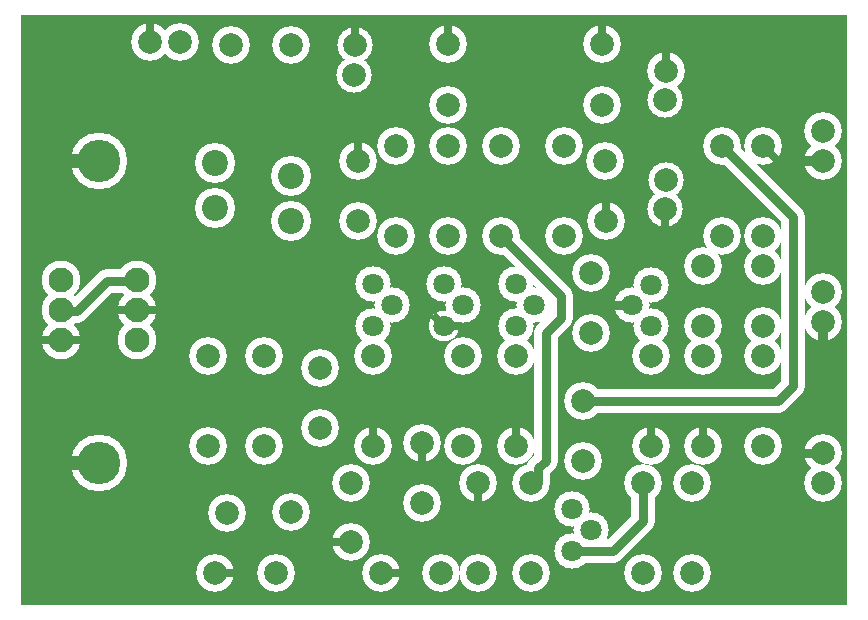
<source format=gbr>
%FSLAX34Y34*%
%MOMM*%
%LNCOPPER_TOP*%
G71*
G01*
%ADD10C,4.800*%
%ADD11C,3.300*%
%ADD12C,3.200*%
%ADD13C,3.400*%
%ADD14C,3.000*%
%ADD15C,2.600*%
%ADD16C,3.200*%
%ADD17C,2.000*%
%ADD18C,1.990*%
%ADD19C,1.200*%
%ADD20C,0.700*%
%ADD21C,0.667*%
%ADD22C,0.813*%
%ADD23C,0.804*%
%ADD24C,0.672*%
%ADD25C,3.600*%
%ADD26C,2.100*%
%ADD27C,2.000*%
%ADD28C,2.200*%
%ADD29C,4.300*%
%ADD30C,1.800*%
%ADD31C,2.000*%
%ADD32C,0.800*%
%ADD33C,1.500*%
%ADD34C,0.790*%
%LPD*%
G36*
X0Y0D02*
X700000Y0D01*
X700000Y-500000D01*
X0Y-500000D01*
X0Y0D01*
G37*
%LPC*%
X66700Y-379500D02*
G54D10*
D03*
X66600Y-123800D02*
G54D10*
D03*
X98525Y-224525D02*
G54D11*
D03*
X98400Y-249900D02*
G54D11*
D03*
X98425Y-275344D02*
G54D11*
D03*
X164784Y-472605D02*
G54D12*
D03*
X215776Y-472430D02*
G54D12*
D03*
X228650Y-174675D02*
G54D13*
D03*
X164550Y-125275D02*
G54D13*
D03*
X164550Y-163275D02*
G54D13*
D03*
X228650Y-136575D02*
G54D13*
D03*
X177800Y-25400D02*
G54D12*
D03*
X228717Y-25275D02*
G54D12*
D03*
X206375Y-288925D02*
G54D12*
D03*
X206325Y-365175D02*
G54D12*
D03*
X109675Y-22825D02*
G54D12*
D03*
X135175Y-22825D02*
G54D12*
D03*
X158750Y-288925D02*
G54D12*
D03*
X158700Y-365175D02*
G54D12*
D03*
X577850Y-263525D02*
G54D12*
D03*
X577725Y-212608D02*
G54D12*
D03*
X533400Y-228600D02*
G54D14*
D03*
X517500Y-246175D02*
G54D14*
D03*
X533435Y-263791D02*
G54D14*
D03*
X679450Y-234950D02*
G54D12*
D03*
X679500Y-260375D02*
G54D12*
D03*
X533400Y-288925D02*
G54D12*
D03*
X533400Y-365100D02*
G54D12*
D03*
X593725Y-111125D02*
G54D12*
D03*
X593675Y-187375D02*
G54D12*
D03*
X482600Y-269875D02*
G54D12*
D03*
X482475Y-218958D02*
G54D12*
D03*
X419100Y-263525D02*
G54D14*
D03*
X435000Y-245925D02*
G54D14*
D03*
X419065Y-228334D02*
G54D14*
D03*
X358700Y-263900D02*
G54D15*
D03*
X374675Y-245925D02*
G54D14*
D03*
X358740Y-228334D02*
G54D14*
D03*
X419100Y-288925D02*
G54D12*
D03*
X419100Y-365100D02*
G54D12*
D03*
X298400Y-263525D02*
G54D14*
D03*
X314350Y-245925D02*
G54D14*
D03*
X298415Y-228334D02*
G54D14*
D03*
X361950Y-111125D02*
G54D12*
D03*
X361900Y-187375D02*
G54D12*
D03*
X317771Y-111334D02*
G54D12*
D03*
X317721Y-187584D02*
G54D12*
D03*
X298450Y-288925D02*
G54D12*
D03*
X298400Y-365200D02*
G54D12*
D03*
X253660Y-350246D02*
G54D12*
D03*
X253535Y-299329D02*
G54D12*
D03*
X374650Y-288925D02*
G54D12*
D03*
X374600Y-365175D02*
G54D12*
D03*
X279800Y-446200D02*
G54D16*
D03*
X228868Y-421216D02*
G54D16*
D03*
X279914Y-396317D02*
G54D16*
D03*
X466725Y-454025D02*
G54D14*
D03*
X482525Y-436225D02*
G54D14*
D03*
X466690Y-418834D02*
G54D14*
D03*
X679450Y-98425D02*
G54D12*
D03*
X679400Y-124000D02*
G54D12*
D03*
X568325Y-396875D02*
G54D12*
D03*
X568275Y-473125D02*
G54D12*
D03*
X527050Y-396875D02*
G54D12*
D03*
X527000Y-473125D02*
G54D12*
D03*
X476250Y-377825D02*
G54D12*
D03*
X476125Y-326908D02*
G54D12*
D03*
G54D17*
X466725Y-454025D02*
X501650Y-454025D01*
X527050Y-428625D01*
X527050Y-396875D01*
X431800Y-396875D02*
G54D12*
D03*
X431750Y-473125D02*
G54D12*
D03*
X304775Y-473025D02*
G54D12*
D03*
X355756Y-472913D02*
G54D12*
D03*
X387350Y-473075D02*
G54D12*
D03*
X387400Y-396800D02*
G54D12*
D03*
X546125Y-47675D02*
G54D12*
D03*
X545812Y-72538D02*
G54D14*
D03*
X361950Y-76200D02*
G54D12*
D03*
X361800Y-25225D02*
G54D12*
D03*
X406400Y-111125D02*
G54D12*
D03*
X406350Y-187375D02*
G54D12*
D03*
G54D17*
X438150Y-396875D02*
X438150Y-384175D01*
X444500Y-377825D01*
X444500Y-269875D01*
X457200Y-257175D01*
X457200Y-238125D01*
X444500Y-225425D01*
X406400Y-187325D01*
X285750Y-174625D02*
G54D12*
D03*
X285600Y-123650D02*
G54D12*
D03*
X282600Y-51225D02*
G54D14*
D03*
X282900Y-25925D02*
G54D14*
D03*
X492125Y-76200D02*
G54D12*
D03*
X492025Y-25225D02*
G54D12*
D03*
X679450Y-396875D02*
G54D12*
D03*
X679450Y-371400D02*
G54D12*
D03*
X460375Y-111125D02*
G54D12*
D03*
X460325Y-187375D02*
G54D12*
D03*
X495325Y-174600D02*
G54D12*
D03*
X495125Y-123700D02*
G54D12*
D03*
X546100Y-139700D02*
G54D14*
D03*
X545800Y-164600D02*
G54D14*
D03*
X577850Y-288925D02*
G54D12*
D03*
X577850Y-365100D02*
G54D12*
D03*
X628650Y-288925D02*
G54D12*
D03*
X628700Y-365100D02*
G54D12*
D03*
X628700Y-111100D02*
G54D12*
D03*
X628700Y-187300D02*
G54D12*
D03*
X628650Y-263525D02*
G54D12*
D03*
X628525Y-212608D02*
G54D12*
D03*
G54D17*
X476250Y-327025D02*
X641350Y-327025D01*
X654050Y-314325D01*
X654050Y-171450D01*
X593725Y-111125D01*
X340035Y-362225D02*
G54D12*
D03*
X340148Y-413206D02*
G54D12*
D03*
X174575Y-422325D02*
G54D12*
D03*
X34100Y-275400D02*
G54D11*
D03*
X34300Y-250100D02*
G54D11*
D03*
X34231Y-224612D02*
G54D11*
D03*
G54D18*
X98425Y-225425D02*
X73025Y-225425D01*
X47625Y-250825D01*
X34925Y-250825D01*
%LPD*%
G54D19*
G36*
X66700Y-385500D02*
X42200Y-385500D01*
X42200Y-373500D01*
X66700Y-373500D01*
X66700Y-385500D01*
G37*
G54D19*
G36*
X66600Y-129800D02*
X42100Y-129800D01*
X42100Y-117800D01*
X66600Y-117800D01*
X66600Y-129800D01*
G37*
G54D20*
G36*
X98400Y-246400D02*
X115400Y-246400D01*
X115400Y-253400D01*
X98400Y-253400D01*
X98400Y-246400D01*
G37*
G36*
X98400Y-253400D02*
X81400Y-253400D01*
X81400Y-246400D01*
X98400Y-246400D01*
X98400Y-253400D01*
G37*
G54D21*
G36*
X164784Y-469272D02*
X181284Y-469272D01*
X181284Y-475939D01*
X164784Y-475939D01*
X164784Y-469272D01*
G37*
G54D21*
G36*
X106342Y-22825D02*
X106342Y-6325D01*
X113008Y-6325D01*
X113008Y-22825D01*
X106342Y-22825D01*
G37*
G54D22*
G54D23*
G36*
X517500Y-250195D02*
X502000Y-250195D01*
X502000Y-242155D01*
X517500Y-242155D01*
X517500Y-250195D01*
G37*
G54D22*
G36*
X683567Y-260375D02*
X683567Y-276875D01*
X675433Y-276875D01*
X675433Y-260375D01*
X683567Y-260375D01*
G37*
G54D21*
G36*
X530067Y-365100D02*
X530067Y-348600D01*
X536733Y-348600D01*
X536733Y-365100D01*
X530067Y-365100D01*
G37*
G54D24*
G36*
X356324Y-266276D02*
X346778Y-256730D01*
X351530Y-251978D01*
X361076Y-261524D01*
X356324Y-266276D01*
G37*
G36*
X358700Y-260540D02*
X372200Y-260540D01*
X372200Y-267260D01*
X358700Y-267260D01*
X358700Y-260540D01*
G37*
G54D21*
G36*
X415767Y-365100D02*
X415767Y-348600D01*
X422433Y-348600D01*
X422433Y-365100D01*
X415767Y-365100D01*
G37*
G54D21*
G36*
X295067Y-365200D02*
X295067Y-348700D01*
X301733Y-348700D01*
X301733Y-365200D01*
X295067Y-365200D01*
G37*
G54D21*
G36*
X279800Y-449533D02*
X263300Y-449533D01*
X263300Y-442867D01*
X279800Y-442867D01*
X279800Y-449533D01*
G37*
G54D22*
G36*
X679400Y-128067D02*
X662900Y-128067D01*
X662900Y-119933D01*
X679400Y-119933D01*
X679400Y-128067D01*
G37*
G54D21*
G36*
X304775Y-469692D02*
X321275Y-469692D01*
X321275Y-476358D01*
X304775Y-476358D01*
X304775Y-469692D01*
G37*
G54D21*
G36*
X390733Y-396800D02*
X390733Y-413300D01*
X384067Y-413300D01*
X384067Y-396800D01*
X390733Y-396800D01*
G37*
G54D21*
G36*
X542792Y-47675D02*
X542792Y-31175D01*
X549458Y-31175D01*
X549458Y-47675D01*
X542792Y-47675D01*
G37*
G54D21*
G36*
X358467Y-25225D02*
X358467Y-8725D01*
X365133Y-8725D01*
X365133Y-25225D01*
X358467Y-25225D01*
G37*
G54D21*
G36*
X282267Y-123650D02*
X282267Y-107150D01*
X288933Y-107150D01*
X288933Y-123650D01*
X282267Y-123650D01*
G37*
G54D21*
G36*
X279567Y-25925D02*
X279567Y-10425D01*
X286233Y-10425D01*
X286233Y-25925D01*
X279567Y-25925D01*
G37*
G54D21*
G36*
X488692Y-25225D02*
X488692Y-8725D01*
X495358Y-8725D01*
X495358Y-25225D01*
X488692Y-25225D01*
G37*
G54D22*
G36*
X679450Y-375467D02*
X662950Y-375467D01*
X662950Y-367333D01*
X679450Y-367333D01*
X679450Y-375467D01*
G37*
G54D21*
G36*
X491992Y-174600D02*
X491992Y-158100D01*
X498658Y-158100D01*
X498658Y-174600D01*
X491992Y-174600D01*
G37*
G54D21*
G36*
X549133Y-164600D02*
X549133Y-180100D01*
X542467Y-180100D01*
X542467Y-164600D01*
X549133Y-164600D01*
G37*
G54D21*
G36*
X574517Y-365100D02*
X574517Y-348600D01*
X581183Y-348600D01*
X581183Y-365100D01*
X574517Y-365100D01*
G37*
G54D21*
G36*
X631057Y-108743D02*
X642724Y-120410D01*
X638010Y-125124D01*
X626343Y-113457D01*
X631057Y-108743D01*
G37*
G54D21*
G36*
X343369Y-362225D02*
X343369Y-378725D01*
X336702Y-378725D01*
X336702Y-362225D01*
X343369Y-362225D01*
G37*
G54D20*
G36*
X34100Y-278900D02*
X17100Y-278900D01*
X17100Y-271900D01*
X34100Y-271900D01*
X34100Y-278900D01*
G37*
G36*
X34100Y-271900D02*
X51100Y-271900D01*
X51100Y-278900D01*
X34100Y-278900D01*
X34100Y-271900D01*
G37*
X66700Y-379500D02*
G54D25*
D03*
X66600Y-123800D02*
G54D25*
D03*
X98525Y-224525D02*
G54D26*
D03*
X98400Y-249900D02*
G54D26*
D03*
X98425Y-275344D02*
G54D26*
D03*
X164784Y-472605D02*
G54D27*
D03*
X215776Y-472430D02*
G54D27*
D03*
X228650Y-174675D02*
G54D28*
D03*
X164550Y-125275D02*
G54D28*
D03*
X164550Y-163275D02*
G54D28*
D03*
X228650Y-136575D02*
G54D28*
D03*
X177800Y-25400D02*
G54D27*
D03*
X228717Y-25275D02*
G54D27*
D03*
X206375Y-288925D02*
G54D27*
D03*
X206325Y-365175D02*
G54D27*
D03*
X109675Y-22825D02*
G54D27*
D03*
X135175Y-22825D02*
G54D27*
D03*
X38100Y-38100D02*
G54D29*
D03*
X38100Y-460375D02*
G54D29*
D03*
X158750Y-288925D02*
G54D27*
D03*
X158700Y-365175D02*
G54D27*
D03*
X577850Y-263525D02*
G54D27*
D03*
X577725Y-212608D02*
G54D27*
D03*
X533400Y-228600D02*
G54D30*
D03*
X517500Y-246175D02*
G54D30*
D03*
X533435Y-263791D02*
G54D30*
D03*
X679450Y-234950D02*
G54D27*
D03*
X679500Y-260375D02*
G54D27*
D03*
X533400Y-288925D02*
G54D27*
D03*
X533400Y-365100D02*
G54D27*
D03*
X593725Y-111125D02*
G54D27*
D03*
X593675Y-187375D02*
G54D27*
D03*
X482600Y-269875D02*
G54D27*
D03*
X482475Y-218958D02*
G54D27*
D03*
X419100Y-263525D02*
G54D30*
D03*
X435000Y-245925D02*
G54D30*
D03*
X419065Y-228334D02*
G54D30*
D03*
X358700Y-263900D02*
G54D30*
D03*
X374675Y-245925D02*
G54D30*
D03*
X358740Y-228334D02*
G54D30*
D03*
X419100Y-288925D02*
G54D27*
D03*
X419100Y-365100D02*
G54D27*
D03*
X298400Y-263525D02*
G54D30*
D03*
X314350Y-245925D02*
G54D30*
D03*
X298415Y-228334D02*
G54D30*
D03*
X361950Y-111125D02*
G54D27*
D03*
X361900Y-187375D02*
G54D27*
D03*
X317771Y-111334D02*
G54D27*
D03*
X317721Y-187584D02*
G54D27*
D03*
X298450Y-288925D02*
G54D27*
D03*
X298400Y-365200D02*
G54D27*
D03*
X253660Y-350246D02*
G54D27*
D03*
X253535Y-299329D02*
G54D27*
D03*
X374650Y-288925D02*
G54D27*
D03*
X374600Y-365175D02*
G54D27*
D03*
X279800Y-446200D02*
G54D31*
D03*
X228868Y-421216D02*
G54D31*
D03*
X279914Y-396317D02*
G54D31*
D03*
X466725Y-454025D02*
G54D30*
D03*
X482525Y-436225D02*
G54D30*
D03*
X466690Y-418834D02*
G54D30*
D03*
X679450Y-98425D02*
G54D27*
D03*
X679400Y-124000D02*
G54D27*
D03*
X568325Y-396875D02*
G54D27*
D03*
X568275Y-473125D02*
G54D27*
D03*
X527050Y-396875D02*
G54D27*
D03*
X527000Y-473125D02*
G54D27*
D03*
X476250Y-377825D02*
G54D27*
D03*
X476125Y-326908D02*
G54D27*
D03*
G54D32*
X466725Y-454025D02*
X501650Y-454025D01*
X527050Y-428625D01*
X527050Y-396875D01*
X431800Y-396875D02*
G54D27*
D03*
X431750Y-473125D02*
G54D27*
D03*
X304775Y-473025D02*
G54D27*
D03*
X355756Y-472913D02*
G54D27*
D03*
X387350Y-473075D02*
G54D27*
D03*
X387400Y-396800D02*
G54D27*
D03*
X546125Y-47675D02*
G54D27*
D03*
X545812Y-72538D02*
G54D27*
D03*
X361950Y-76200D02*
G54D27*
D03*
X361800Y-25225D02*
G54D27*
D03*
X406400Y-111125D02*
G54D27*
D03*
X406350Y-187375D02*
G54D27*
D03*
G54D32*
X438150Y-396875D02*
X438150Y-384175D01*
X444500Y-377825D01*
X444500Y-269875D01*
X457200Y-257175D01*
X457200Y-238125D01*
X444500Y-225425D01*
X406400Y-187325D01*
X285750Y-174625D02*
G54D27*
D03*
X285600Y-123650D02*
G54D27*
D03*
X282600Y-51225D02*
G54D27*
D03*
X282900Y-25925D02*
G54D27*
D03*
X492125Y-76200D02*
G54D27*
D03*
X492025Y-25225D02*
G54D27*
D03*
X679450Y-396875D02*
G54D27*
D03*
X679450Y-371400D02*
G54D27*
D03*
X660400Y-38100D02*
G54D29*
D03*
X660400Y-460375D02*
G54D29*
D03*
X460375Y-111125D02*
G54D27*
D03*
X460325Y-187375D02*
G54D27*
D03*
X495325Y-174600D02*
G54D27*
D03*
X495125Y-123700D02*
G54D27*
D03*
X546100Y-139700D02*
G54D27*
D03*
X545800Y-164600D02*
G54D27*
D03*
X577850Y-288925D02*
G54D27*
D03*
X577850Y-365100D02*
G54D27*
D03*
X628650Y-288925D02*
G54D27*
D03*
X628700Y-365100D02*
G54D27*
D03*
X628700Y-111100D02*
G54D27*
D03*
X628700Y-187300D02*
G54D27*
D03*
X628650Y-263525D02*
G54D27*
D03*
X628525Y-212608D02*
G54D27*
D03*
G54D32*
X476250Y-327025D02*
X641350Y-327025D01*
X654050Y-314325D01*
X654050Y-171450D01*
X593725Y-111125D01*
X679450Y-185625D02*
G54D33*
D03*
X679450Y-322150D02*
G54D33*
D03*
X340035Y-362225D02*
G54D27*
D03*
X340148Y-413206D02*
G54D27*
D03*
X174575Y-422325D02*
G54D27*
D03*
X34100Y-275400D02*
G54D26*
D03*
X34300Y-250100D02*
G54D26*
D03*
X34231Y-224612D02*
G54D26*
D03*
G54D34*
X98425Y-225425D02*
X73025Y-225425D01*
X47625Y-250825D01*
X34925Y-250825D01*
M02*

</source>
